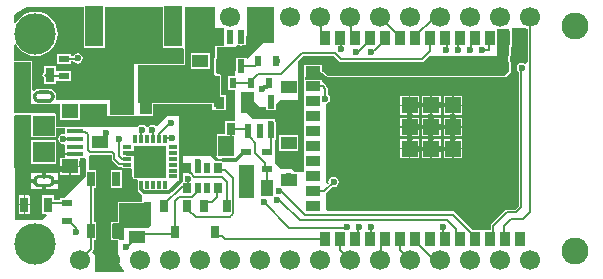
<source format=gtl>
G04*
G04 #@! TF.GenerationSoftware,Altium Limited,Altium Designer,20.2.6 (244)*
G04*
G04 Layer_Physical_Order=1*
G04 Layer_Color=255*
%FSLAX25Y25*%
%MOIN*%
G70*
G04*
G04 #@! TF.SameCoordinates,35E5D78F-83E5-4AAB-BCDB-BF6E4E5D2065*
G04*
G04*
G04 #@! TF.FilePolarity,Positive*
G04*
G01*
G75*
%ADD14C,0.00787*%
%ADD21R,0.02323X0.04764*%
G04:AMPARAMS|DCode=23|XSize=27.56mil|YSize=11.02mil|CornerRadius=0.55mil|HoleSize=0mil|Usage=FLASHONLY|Rotation=0.000|XOffset=0mil|YOffset=0mil|HoleType=Round|Shape=RoundedRectangle|*
%AMROUNDEDRECTD23*
21,1,0.02756,0.00992,0,0,0.0*
21,1,0.02646,0.01102,0,0,0.0*
1,1,0.00110,0.01323,-0.00496*
1,1,0.00110,-0.01323,-0.00496*
1,1,0.00110,-0.01323,0.00496*
1,1,0.00110,0.01323,0.00496*
%
%ADD23ROUNDEDRECTD23*%
G04:AMPARAMS|DCode=24|XSize=27.56mil|YSize=11.02mil|CornerRadius=0.55mil|HoleSize=0mil|Usage=FLASHONLY|Rotation=90.000|XOffset=0mil|YOffset=0mil|HoleType=Round|Shape=RoundedRectangle|*
%AMROUNDEDRECTD24*
21,1,0.02756,0.00992,0,0,90.0*
21,1,0.02646,0.01102,0,0,90.0*
1,1,0.00110,0.00496,0.01323*
1,1,0.00110,0.00496,-0.01323*
1,1,0.00110,-0.00496,-0.01323*
1,1,0.00110,-0.00496,0.01323*
%
%ADD24ROUNDEDRECTD24*%
%ADD25R,0.03543X0.02362*%
%ADD26R,0.02362X0.03543*%
%ADD27R,0.02953X0.05118*%
%ADD28R,0.05276X0.07087*%
%ADD29R,0.05512X0.01575*%
%ADD30R,0.05709X0.04528*%
%ADD31R,0.07480X0.06890*%
%ADD32R,0.02559X0.05118*%
%ADD33R,0.05433X0.04331*%
%ADD34R,0.04331X0.05433*%
%ADD35R,0.05906X0.13386*%
%ADD36R,0.03937X0.13780*%
%ADD37R,0.03543X0.04724*%
%ADD38R,0.04724X0.03543*%
%ADD39R,0.05236X0.05236*%
G04:AMPARAMS|DCode=40|XSize=36.61mil|YSize=23.62mil|CornerRadius=2.36mil|HoleSize=0mil|Usage=FLASHONLY|Rotation=270.000|XOffset=0mil|YOffset=0mil|HoleType=Round|Shape=RoundedRectangle|*
%AMROUNDEDRECTD40*
21,1,0.03661,0.01890,0,0,270.0*
21,1,0.03189,0.02362,0,0,270.0*
1,1,0.00472,-0.00945,-0.01595*
1,1,0.00472,-0.00945,0.01595*
1,1,0.00472,0.00945,0.01595*
1,1,0.00472,0.00945,-0.01595*
%
%ADD40ROUNDEDRECTD40*%
G04:AMPARAMS|DCode=41|XSize=36.61mil|YSize=18.9mil|CornerRadius=1.89mil|HoleSize=0mil|Usage=FLASHONLY|Rotation=270.000|XOffset=0mil|YOffset=0mil|HoleType=Round|Shape=RoundedRectangle|*
%AMROUNDEDRECTD41*
21,1,0.03661,0.01512,0,0,270.0*
21,1,0.03284,0.01890,0,0,270.0*
1,1,0.00378,-0.00756,-0.01642*
1,1,0.00378,-0.00756,0.01642*
1,1,0.00378,0.00756,0.01642*
1,1,0.00378,0.00756,-0.01642*
%
%ADD41ROUNDEDRECTD41*%
%ADD65C,0.09000*%
%ADD66C,0.13800*%
%ADD67R,0.02756X0.03937*%
G04:AMPARAMS|DCode=68|XSize=106.3mil|YSize=106.3mil|CornerRadius=1.06mil|HoleSize=0mil|Usage=FLASHONLY|Rotation=0.000|XOffset=0mil|YOffset=0mil|HoleType=Round|Shape=RoundedRectangle|*
%AMROUNDEDRECTD68*
21,1,0.10630,0.10417,0,0,0.0*
21,1,0.10417,0.10630,0,0,0.0*
1,1,0.00213,0.05209,-0.05209*
1,1,0.00213,-0.05209,-0.05209*
1,1,0.00213,-0.05209,0.05209*
1,1,0.00213,0.05209,0.05209*
%
%ADD68ROUNDEDRECTD68*%
%ADD69R,0.00394X0.00394*%
%ADD70C,0.01181*%
%ADD71C,0.01200*%
%ADD72C,0.01500*%
%ADD73C,0.00800*%
%ADD74C,0.06693*%
%ADD75C,0.02362*%
G36*
X173996Y81753D02*
X174089Y81740D01*
Y70689D01*
X173312Y69912D01*
X172756Y70284D01*
X172100Y70414D01*
X171444Y70284D01*
X170888Y69912D01*
X170516Y69356D01*
X170386Y68700D01*
X170516Y68044D01*
X170888Y67488D01*
X171089Y67354D01*
Y22777D01*
X169723Y21411D01*
X167300D01*
X166951Y21342D01*
X166656Y21144D01*
X162005Y16494D01*
X161808Y16198D01*
X161738Y15850D01*
Y14500D01*
X156000D01*
X149100Y21000D01*
X107153D01*
X106962Y21462D01*
X107000Y21500D01*
Y26911D01*
X109045Y28956D01*
X109400Y28886D01*
X110056Y29016D01*
X110612Y29388D01*
X110984Y29944D01*
X111114Y30600D01*
X110984Y31256D01*
X110612Y31812D01*
X110056Y32184D01*
X109400Y32314D01*
X108744Y32184D01*
X108188Y31812D01*
X107816Y31256D01*
X107686Y30600D01*
X107741Y30325D01*
X107475Y30080D01*
X107000Y30280D01*
Y56774D01*
X107256Y56825D01*
X107812Y57196D01*
X108184Y57752D01*
X108314Y58408D01*
X108184Y59064D01*
X107812Y59620D01*
X107511Y59821D01*
Y61708D01*
X107442Y62057D01*
X107244Y62352D01*
X107000Y62597D01*
Y62881D01*
X105881Y64000D01*
X105394D01*
Y64772D01*
X100041D01*
Y65613D01*
X100052Y65617D01*
X100210Y66000D01*
Y69230D01*
X104852D01*
Y67794D01*
X104921Y67630D01*
X104969Y67459D01*
X105257Y67095D01*
X105420Y67004D01*
X105576Y66900D01*
X105895Y66836D01*
X106122Y66685D01*
X107190Y65617D01*
X107572Y65459D01*
X107572Y65459D01*
X130714D01*
D01*
X154485Y65459D01*
D01*
X166500D01*
X166500Y65459D01*
X166883Y65617D01*
X168383Y67117D01*
X168541Y67500D01*
X168541Y67500D01*
Y70376D01*
X168481Y70522D01*
X168450Y70677D01*
X168139Y71142D01*
X168051Y71587D01*
X168139Y72032D01*
X168450Y72497D01*
X168481Y72652D01*
X168541Y72798D01*
Y75602D01*
X168740D01*
Y81327D01*
X168740D01*
X168755Y81820D01*
X168875Y82000D01*
X173398D01*
X173996Y81753D01*
D02*
G37*
G36*
X89500Y77000D02*
X86000Y77000D01*
X80764Y71763D01*
X80302Y71955D01*
Y72041D01*
X76979D01*
Y67979D01*
X76500Y67500D01*
Y65872D01*
X74272D01*
Y61328D01*
X76500D01*
X76500Y50879D01*
X73322D01*
Y46643D01*
X70492D01*
Y39760D01*
X70139Y39406D01*
X58000Y39408D01*
X58000Y52500D01*
X54000Y52500D01*
X50771Y49271D01*
X50212Y49212D01*
X49656Y49584D01*
X49000Y49714D01*
X48344Y49584D01*
X47788Y49212D01*
X47646Y49000D01*
X46854D01*
X46712Y49212D01*
X46156Y49584D01*
X45500Y49714D01*
X44844Y49584D01*
X44288Y49212D01*
X44146Y49000D01*
X17040Y49000D01*
Y53374D01*
X16511D01*
Y53500D01*
X3000Y53500D01*
X3000Y70500D01*
X8500D01*
Y56459D01*
X18225D01*
Y51370D01*
X24934D01*
Y56459D01*
X34000D01*
Y52500D01*
X36406D01*
Y52472D01*
X41342D01*
Y52500D01*
X44280D01*
Y52472D01*
X49216D01*
Y56459D01*
X68959Y56459D01*
Y55500D01*
X69000Y55401D01*
Y54500D01*
X73500Y54500D01*
Y59500D01*
X73338D01*
Y59540D01*
X72041D01*
Y66000D01*
X71883Y66383D01*
X71500Y66541D01*
X70556D01*
Y75459D01*
X73000D01*
X73099Y75500D01*
X76500D01*
X77159Y76159D01*
X78135D01*
X78500Y76086D01*
X78865Y76159D01*
X80302D01*
Y79302D01*
X80500Y79500D01*
X80500Y89000D01*
X89500D01*
X89500Y77000D01*
D02*
G37*
G36*
X52547Y75307D02*
X58959D01*
X59459Y74810D01*
Y70041D01*
X44280D01*
X44180Y70000D01*
X43000D01*
Y53041D01*
X41342D01*
X41276Y53014D01*
X36472D01*
X36406Y53041D01*
X35000D01*
Y58000D01*
X17262D01*
X17213Y58020D01*
X17097Y58116D01*
X16909Y58425D01*
X16896Y58486D01*
X16900Y58500D01*
X16923Y58596D01*
X16920Y58611D01*
X16929Y58624D01*
X16949Y58736D01*
X16946Y58750D01*
X16954Y58763D01*
X16969Y58876D01*
X16964Y58892D01*
X16972Y58906D01*
X16981Y59034D01*
X16972Y59062D01*
X16983Y59089D01*
X16980Y59197D01*
X16974Y59211D01*
X16978Y59225D01*
X16970Y59333D01*
X16963Y59347D01*
X16967Y59361D01*
X16953Y59469D01*
X16945Y59482D01*
X16948Y59497D01*
X16929Y59603D01*
X16920Y59616D01*
X16923Y59631D01*
X16898Y59736D01*
X16889Y59748D01*
X16890Y59763D01*
X16860Y59867D01*
X16850Y59879D01*
X16851Y59894D01*
X16815Y59996D01*
X16804Y60007D01*
Y60023D01*
X16763Y60123D01*
X16752Y60133D01*
X16751Y60149D01*
X16705Y60246D01*
X16694Y60256D01*
X16692Y60271D01*
X16641Y60366D01*
X16629Y60376D01*
X16626Y60391D01*
X16570Y60483D01*
X16557Y60492D01*
X16554Y60507D01*
X16493Y60596D01*
X16480Y60605D01*
X16476Y60619D01*
X16410Y60705D01*
X16397Y60713D01*
X16393Y60727D01*
X16322Y60809D01*
X16309Y60816D01*
X16303Y60830D01*
X16229Y60909D01*
X16215Y60915D01*
X16209Y60929D01*
X16130Y61003D01*
X16116Y61009D01*
X16109Y61022D01*
X16027Y61093D01*
X16013Y61097D01*
X16005Y61111D01*
X15919Y61176D01*
X15904Y61180D01*
X15896Y61193D01*
X15807Y61254D01*
X15792Y61257D01*
X15783Y61270D01*
X15691Y61326D01*
X15676Y61329D01*
X15666Y61340D01*
X15571Y61392D01*
X15556Y61394D01*
X15546Y61405D01*
X15449Y61452D01*
X15433Y61452D01*
X15423Y61463D01*
X15323Y61505D01*
X15307D01*
X15296Y61515D01*
X15194Y61551D01*
X15179Y61550D01*
X15167Y61559D01*
X15064Y61590D01*
X15048Y61589D01*
X15036Y61598D01*
X14931Y61623D01*
X14916Y61620D01*
X14903Y61629D01*
X14797Y61648D01*
X14782Y61645D01*
X14769Y61653D01*
X14661Y61667D01*
X14647Y61663D01*
X14633Y61670D01*
X14525Y61678D01*
X14511Y61674D01*
X14497Y61680D01*
X14389Y61683D01*
X14382Y61680D01*
X14375Y61683D01*
X11428D01*
X11336Y61685D01*
X11323Y61680D01*
X11310Y61685D01*
X11196Y61682D01*
X11182Y61676D01*
X11168Y61681D01*
X11055Y61672D01*
X11041Y61665D01*
X11026Y61669D01*
X10914Y61654D01*
X10901Y61646D01*
X10886Y61649D01*
X10774Y61629D01*
X10762Y61620D01*
X10747Y61623D01*
X10636Y61596D01*
X10624Y61587D01*
X10609Y61589D01*
X10500Y61557D01*
X10488Y61547D01*
X10473Y61548D01*
X10366Y61510D01*
X10355Y61500D01*
X10340D01*
X10235Y61457D01*
X10224Y61446D01*
X10209Y61445D01*
X10107Y61396D01*
X10096Y61385D01*
X10081Y61383D01*
X9982Y61329D01*
X9972Y61317D01*
X9957Y61315D01*
X9860Y61256D01*
X9851Y61243D01*
X9837Y61240D01*
X9743Y61176D01*
X9735Y61163D01*
X9720Y61159D01*
X9630Y61090D01*
X9623Y61077D01*
X9608Y61072D01*
X9541Y61015D01*
X9383Y61034D01*
X9115Y61156D01*
X9041Y61228D01*
Y70500D01*
X8883Y70883D01*
X8500Y71041D01*
X3000D01*
X3000Y71041D01*
Y76337D01*
X3500Y76463D01*
X3817Y75869D01*
X4742Y74742D01*
X5869Y73817D01*
X7154Y73130D01*
X8549Y72707D01*
X10000Y72564D01*
X11451Y72707D01*
X12846Y73130D01*
X14131Y73817D01*
X15258Y74742D01*
X16183Y75869D01*
X16870Y77154D01*
X17293Y78549D01*
X17436Y80000D01*
X17293Y81451D01*
X16870Y82846D01*
X16183Y84131D01*
X15258Y85258D01*
X14131Y86183D01*
X12846Y86870D01*
X11451Y87293D01*
X10000Y87436D01*
X8549Y87293D01*
X7154Y86870D01*
X5869Y86183D01*
X4742Y85258D01*
X3817Y84131D01*
X3500Y83537D01*
X3000Y83663D01*
Y86168D01*
X4312Y87411D01*
X5915Y88436D01*
X7330Y89000D01*
X26169D01*
Y75307D01*
X33075D01*
Y89000D01*
X52547D01*
Y75307D01*
D02*
G37*
G36*
X168000Y72798D02*
X167629Y72243D01*
X167499Y71587D01*
X167629Y70931D01*
X168000Y70376D01*
Y67500D01*
X166500Y66000D01*
X107572Y66000D01*
X106467Y67105D01*
X106107Y67346D01*
X105681Y67431D01*
X105394Y67794D01*
Y69772D01*
X99669D01*
Y66000D01*
X99500D01*
Y34000D01*
X97616D01*
Y34068D01*
X96432D01*
X95500Y35000D01*
X92000D01*
X90000Y37000D01*
X90000Y44618D01*
X90161D01*
Y49736D01*
X90193Y49895D01*
X90214Y50000D01*
X90161Y50382D01*
X90110Y50523D01*
X90084Y50656D01*
X90035Y50728D01*
X90000Y50825D01*
Y51500D01*
X89281D01*
X89156Y51584D01*
X88500Y51714D01*
X87844Y51584D01*
X87719Y51500D01*
X82500D01*
X80500Y53500D01*
X78500D01*
Y60500D01*
X83000D01*
Y57500D01*
X85000Y55500D01*
X86839D01*
Y54500D01*
X90161D01*
Y56661D01*
X91500Y58000D01*
X97500D01*
Y59732D01*
X97616D01*
Y65063D01*
X97500D01*
Y70889D01*
X99181Y72570D01*
X106930D01*
X107000Y72500D01*
X109699D01*
X111215Y70984D01*
X111510Y70786D01*
X111859Y70717D01*
X138924D01*
X139273Y70786D01*
X139568Y70984D01*
X141084Y72500D01*
X164000D01*
Y81500D01*
X168000D01*
Y72798D01*
D02*
G37*
G36*
X11422Y61142D02*
X14375D01*
X14483Y61139D01*
X14591Y61130D01*
X14698Y61116D01*
X14805Y61097D01*
X14910Y61071D01*
X15013Y61041D01*
X15115Y61004D01*
X15215Y60963D01*
X15313Y60916D01*
X15408Y60865D01*
X15500Y60808D01*
X15590Y60747D01*
X15676Y60681D01*
X15758Y60611D01*
X15836Y60536D01*
X15911Y60458D01*
X15981Y60376D01*
X16047Y60290D01*
X16108Y60201D01*
X16165Y60108D01*
X16217Y60013D01*
X16263Y59916D01*
X16304Y59816D01*
X16341Y59714D01*
X16371Y59610D01*
X16397Y59504D01*
X16416Y59398D01*
X16430Y59291D01*
X16439Y59183D01*
X16442Y59075D01*
X16432Y58947D01*
X16417Y58834D01*
X16397Y58723D01*
X16370Y58612D01*
X16338Y58503D01*
X16300Y58396D01*
X16257Y58292D01*
X16208Y58189D01*
X16154Y58089D01*
X16094Y57993D01*
X16030Y57899D01*
X15961Y57809D01*
X15887Y57723D01*
X15809Y57640D01*
X15727Y57562D01*
X15641Y57489D01*
X15551Y57420D01*
X15457Y57355D01*
X15360Y57296D01*
X15260Y57242D01*
X15158Y57193D01*
X15053Y57150D01*
X14946Y57112D01*
X14837Y57079D01*
X14727Y57053D01*
X14615Y57032D01*
X14503Y57017D01*
X14390Y57009D01*
X14276Y57006D01*
X14178Y57008D01*
X11225D01*
X11117Y57011D01*
X11009Y57019D01*
X10902Y57033D01*
X10796Y57053D01*
X10690Y57078D01*
X10587Y57109D01*
X10485Y57145D01*
X10385Y57187D01*
X10287Y57233D01*
X10192Y57285D01*
X10099Y57341D01*
X10010Y57403D01*
X9924Y57468D01*
X9842Y57539D01*
X9764Y57613D01*
X9689Y57692D01*
X9619Y57774D01*
X9553Y57860D01*
X9492Y57949D01*
X9435Y58041D01*
X9384Y58136D01*
X9337Y58234D01*
X9296Y58334D01*
X9259Y58436D01*
X9229Y58540D01*
X9203Y58645D01*
X9184Y58751D01*
X9170Y58859D01*
X9161Y58967D01*
X9158Y59075D01*
X9168Y59203D01*
X9183Y59316D01*
X9203Y59427D01*
X9230Y59537D01*
X9262Y59646D01*
X9300Y59753D01*
X9343Y59858D01*
X9392Y59960D01*
X9446Y60060D01*
X9506Y60157D01*
X9570Y60251D01*
X9639Y60340D01*
X9713Y60427D01*
X9791Y60509D01*
X9873Y60587D01*
X9960Y60661D01*
X10050Y60730D01*
X10143Y60794D01*
X10240Y60854D01*
X10340Y60908D01*
X10442Y60957D01*
X10547Y61000D01*
X10654Y61038D01*
X10763Y61070D01*
X10873Y61097D01*
X10984Y61117D01*
X11097Y61132D01*
X11210Y61141D01*
X11324Y61144D01*
X11422Y61142D01*
D02*
G37*
G36*
X70000Y89000D02*
Y82000D01*
X73000D01*
Y76000D01*
X70000D01*
Y72041D01*
X69498D01*
Y66277D01*
X70000D01*
Y66000D01*
X71500D01*
Y55500D01*
X69500D01*
Y57000D01*
X44280Y57000D01*
X44280Y69500D01*
X60000D01*
X60000Y89000D01*
X70000Y89000D01*
D02*
G37*
G36*
X8560Y52959D02*
Y45484D01*
X17040D01*
Y48459D01*
X19977D01*
Y47089D01*
X19477Y46679D01*
X19300Y46714D01*
X18644Y46584D01*
X18088Y46212D01*
X17716Y45656D01*
X17586Y45000D01*
X17716Y44344D01*
X18088Y43788D01*
X18644Y43416D01*
X19300Y43286D01*
X19477Y43321D01*
X19977Y42911D01*
Y40132D01*
X23233D01*
Y39632D01*
X19977D01*
Y38630D01*
X18225D01*
Y36116D01*
X21579D01*
X24934D01*
Y38594D01*
X26489D01*
X26807Y38226D01*
Y34659D01*
X26720D01*
Y32513D01*
X19441Y25234D01*
X18328D01*
Y24464D01*
X16213D01*
Y26159D01*
X12261D01*
Y20041D01*
X13595D01*
X13786Y19579D01*
X12207Y18000D01*
X3107D01*
X3003Y52605D01*
X3356Y52959D01*
X8560D01*
D02*
G37*
G36*
X82900Y25200D02*
X77800D01*
Y36400D01*
X82900D01*
Y25200D01*
D02*
G37*
G36*
X48600Y16400D02*
X47400Y15200D01*
X39700D01*
Y11500D01*
X39418Y11218D01*
X38041D01*
X37883Y11601D01*
X37500Y11759D01*
X35726D01*
Y16795D01*
X37498D01*
X37499Y16796D01*
X37500Y16795D01*
X37550Y16816D01*
X37604Y16805D01*
X37604Y16805D01*
X37606Y16806D01*
X37737Y16894D01*
X37883Y16954D01*
X37904Y17006D01*
X37940Y17030D01*
X37950Y17037D01*
X37981Y17191D01*
X38041Y17337D01*
Y23459D01*
X45600D01*
X45983Y23617D01*
X46058Y23800D01*
X48600D01*
Y16400D01*
D02*
G37*
G36*
X35442Y39496D02*
Y38131D01*
X35512Y37782D01*
X35709Y37487D01*
X37385Y35811D01*
X37681Y35613D01*
X38030Y35544D01*
X38735D01*
X38756Y35495D01*
X39180Y35319D01*
X41826D01*
X41835Y35323D01*
X42335Y34988D01*
Y32191D01*
X42527Y31727D01*
X42991Y31535D01*
X43820D01*
X44154Y31035D01*
X44150Y31026D01*
Y29779D01*
X44135Y29703D01*
X44150Y29628D01*
Y28380D01*
X44175Y28321D01*
Y28193D01*
X44175Y28193D01*
X44259Y27768D01*
X44500Y27407D01*
X45459Y26448D01*
X45459Y26448D01*
X45600Y26354D01*
Y24000D01*
X37500D01*
Y17337D01*
X37498Y17336D01*
X35185D01*
Y11218D01*
X37500D01*
Y4000D01*
X39678Y951D01*
X39449Y506D01*
X30000D01*
Y6000D01*
X28775Y7225D01*
X29144Y7594D01*
X29342Y7889D01*
X29411Y8238D01*
Y11218D01*
X30279D01*
Y17336D01*
X29411D01*
Y28541D01*
X30279D01*
Y34659D01*
X27746D01*
Y39409D01*
X28092Y39693D01*
X35245D01*
X35442Y39496D01*
D02*
G37*
%LPC*%
G36*
X152284Y59280D02*
X149415D01*
Y56411D01*
X152284D01*
Y59280D01*
D02*
G37*
G36*
X145059D02*
X142191D01*
Y56411D01*
X145059D01*
Y59280D01*
D02*
G37*
G36*
X137835D02*
X134967D01*
Y56411D01*
X137835D01*
Y59280D01*
D02*
G37*
G36*
X148915D02*
X146047D01*
Y56411D01*
X148915D01*
Y59280D01*
D02*
G37*
G36*
X141691D02*
X138823D01*
Y56411D01*
X141691D01*
Y59280D01*
D02*
G37*
G36*
X134467D02*
X131598D01*
Y56411D01*
X134467D01*
Y59280D01*
D02*
G37*
G36*
X152284Y55911D02*
X149415D01*
Y53043D01*
X152284D01*
Y55911D01*
D02*
G37*
G36*
X148915D02*
X146047D01*
Y53043D01*
X148915D01*
Y55911D01*
D02*
G37*
G36*
X145059D02*
X142191D01*
Y53043D01*
X145059D01*
Y55911D01*
D02*
G37*
G36*
X141691D02*
X138823D01*
Y53043D01*
X141691D01*
Y55911D01*
D02*
G37*
G36*
X137835D02*
X134967D01*
Y53043D01*
X137835D01*
Y55911D01*
D02*
G37*
G36*
X134467D02*
X131598D01*
Y53043D01*
X134467D01*
Y55911D01*
D02*
G37*
G36*
X152284Y52055D02*
X149415D01*
Y49187D01*
X152284D01*
Y52055D01*
D02*
G37*
G36*
X145059D02*
X142191D01*
Y49187D01*
X145059D01*
Y52055D01*
D02*
G37*
G36*
X137835D02*
X134967D01*
Y49187D01*
X137835D01*
Y52055D01*
D02*
G37*
G36*
X148915D02*
X146047D01*
Y49187D01*
X148915D01*
Y52055D01*
D02*
G37*
G36*
X141691D02*
X138823D01*
Y49187D01*
X141691D01*
Y52055D01*
D02*
G37*
G36*
X134467D02*
X131598D01*
Y49187D01*
X134467D01*
Y52055D01*
D02*
G37*
G36*
X152284Y48687D02*
X149415D01*
Y45819D01*
X152284D01*
Y48687D01*
D02*
G37*
G36*
X148915D02*
X146047D01*
Y45819D01*
X148915D01*
Y48687D01*
D02*
G37*
G36*
X145059D02*
X142191D01*
Y45819D01*
X145059D01*
Y48687D01*
D02*
G37*
G36*
X141691D02*
X138823D01*
Y45819D01*
X141691D01*
Y48687D01*
D02*
G37*
G36*
X137835D02*
X134967D01*
Y45819D01*
X137835D01*
Y48687D01*
D02*
G37*
G36*
X134467D02*
X131598D01*
Y45819D01*
X134467D01*
Y48687D01*
D02*
G37*
G36*
X152284Y44831D02*
X149415D01*
Y41963D01*
X152284D01*
Y44831D01*
D02*
G37*
G36*
X145059D02*
X142191D01*
Y41963D01*
X145059D01*
Y44831D01*
D02*
G37*
G36*
X137835D02*
X134967D01*
Y41963D01*
X137835D01*
Y44831D01*
D02*
G37*
G36*
X148915D02*
X146047D01*
Y41963D01*
X148915D01*
Y44831D01*
D02*
G37*
G36*
X141691D02*
X138823D01*
Y41963D01*
X141691D01*
Y44831D01*
D02*
G37*
G36*
X134467D02*
X131598D01*
Y41963D01*
X134467D01*
Y44831D01*
D02*
G37*
G36*
X152284Y41463D02*
X149415D01*
Y38594D01*
X152284D01*
Y41463D01*
D02*
G37*
G36*
X148915D02*
X146047D01*
Y38594D01*
X148915D01*
Y41463D01*
D02*
G37*
G36*
X145059D02*
X142191D01*
Y38594D01*
X145059D01*
Y41463D01*
D02*
G37*
G36*
X141691D02*
X138823D01*
Y38594D01*
X141691D01*
Y41463D01*
D02*
G37*
G36*
X137835D02*
X134967D01*
Y38594D01*
X137835D01*
Y41463D01*
D02*
G37*
G36*
X134467D02*
X131598D01*
Y38594D01*
X134467D01*
Y41463D01*
D02*
G37*
G36*
X24100Y73514D02*
X23444Y73384D01*
X22888Y73012D01*
X22671Y72688D01*
X21872D01*
Y73434D01*
X17328D01*
Y70072D01*
X21872D01*
Y70865D01*
X22703D01*
X22888Y70588D01*
X23444Y70216D01*
X24100Y70086D01*
X24756Y70216D01*
X25312Y70588D01*
X25684Y71144D01*
X25814Y71800D01*
X25684Y72456D01*
X25312Y73012D01*
X24756Y73384D01*
X24100Y73514D01*
D02*
G37*
G36*
X16713Y69359D02*
X12761D01*
Y67057D01*
X12593Y66944D01*
X12395Y66649D01*
X12326Y66300D01*
X12395Y65951D01*
X12593Y65656D01*
X12761Y65488D01*
Y63241D01*
X16713D01*
Y64936D01*
X17328D01*
Y64166D01*
X21872D01*
Y67528D01*
X17328D01*
Y66759D01*
X16713D01*
Y69359D01*
D02*
G37*
G36*
X97616Y46168D02*
X91184D01*
Y40837D01*
X97616D01*
Y46168D01*
D02*
G37*
G36*
X14375Y59961D02*
X11225D01*
X11179Y59959D01*
X11133Y59956D01*
X11087Y59950D01*
X11041Y59941D01*
X10996Y59930D01*
X10951Y59917D01*
X10908Y59902D01*
X10865Y59884D01*
X10823Y59864D01*
X10782Y59842D01*
X10743Y59818D01*
X10705Y59791D01*
X10668Y59763D01*
X10633Y59733D01*
X10599Y59701D01*
X10567Y59667D01*
X10537Y59632D01*
X10509Y59596D01*
X10482Y59557D01*
X10458Y59518D01*
X10436Y59477D01*
X10416Y59435D01*
X10398Y59392D01*
X10383Y59348D01*
X10369Y59304D01*
X10359Y59259D01*
X10350Y59213D01*
X10344Y59167D01*
X10341Y59121D01*
X10339Y59075D01*
X10341Y59028D01*
X10344Y58982D01*
X10350Y58936D01*
X10359Y58891D01*
X10369Y58846D01*
X10383Y58801D01*
X10398Y58757D01*
X10416Y58714D01*
X10436Y58673D01*
X10458Y58632D01*
X10482Y58592D01*
X10509Y58554D01*
X10537Y58517D01*
X10567Y58482D01*
X10599Y58448D01*
X10633Y58416D01*
X10668Y58386D01*
X10705Y58358D01*
X10743Y58332D01*
X10782Y58308D01*
X10823Y58285D01*
X10865Y58266D01*
X10908Y58248D01*
X10951Y58232D01*
X10996Y58219D01*
X11041Y58208D01*
X11087Y58200D01*
X11133Y58194D01*
X11179Y58190D01*
X11225Y58189D01*
X14375D01*
X14421Y58190D01*
X14467Y58194D01*
X14513Y58200D01*
X14559Y58208D01*
X14604Y58219D01*
X14649Y58232D01*
X14692Y58248D01*
X14735Y58266D01*
X14777Y58285D01*
X14818Y58308D01*
X14857Y58332D01*
X14896Y58358D01*
X14932Y58386D01*
X14967Y58416D01*
X15001Y58448D01*
X15033Y58482D01*
X15063Y58517D01*
X15091Y58554D01*
X15118Y58592D01*
X15142Y58632D01*
X15164Y58673D01*
X15184Y58714D01*
X15202Y58757D01*
X15217Y58801D01*
X15230Y58846D01*
X15241Y58891D01*
X15250Y58936D01*
X15256Y58982D01*
X15259Y59028D01*
X15261Y59075D01*
X15259Y59121D01*
X15256Y59167D01*
X15250Y59213D01*
X15241Y59259D01*
X15230Y59304D01*
X15217Y59348D01*
X15202Y59392D01*
X15184Y59435D01*
X15164Y59477D01*
X15142Y59518D01*
X15118Y59557D01*
X15091Y59596D01*
X15063Y59632D01*
X15033Y59667D01*
X15001Y59701D01*
X14967Y59733D01*
X14932Y59763D01*
X14896Y59791D01*
X14857Y59818D01*
X14818Y59842D01*
X14777Y59864D01*
X14735Y59884D01*
X14692Y59902D01*
X14649Y59917D01*
X14604Y59930D01*
X14559Y59941D01*
X14513Y59950D01*
X14467Y59956D01*
X14421Y59959D01*
X14375Y59961D01*
D02*
G37*
G36*
X68217Y73468D02*
X61783D01*
Y68137D01*
X68217D01*
Y73468D01*
D02*
G37*
G36*
X17040Y44516D02*
X8560D01*
Y36626D01*
X17040D01*
Y44516D01*
D02*
G37*
G36*
X24934Y35616D02*
X21829D01*
Y33102D01*
X24934D01*
Y35616D01*
D02*
G37*
G36*
X21329D02*
X18225D01*
Y33102D01*
X21329D01*
Y35616D01*
D02*
G37*
G36*
X8700Y33509D02*
X8700Y28600D01*
X9000Y28300D01*
X17500D01*
X17500Y33509D01*
X8700Y33509D01*
D02*
G37*
G36*
X8339Y26159D02*
X6613D01*
Y23350D01*
X8339D01*
Y26159D01*
D02*
G37*
G36*
X6113D02*
X4387D01*
Y23350D01*
X6113D01*
Y26159D01*
D02*
G37*
G36*
X8339Y22850D02*
X6613D01*
Y20041D01*
X8339D01*
Y22850D01*
D02*
G37*
G36*
X6113D02*
X4387D01*
Y20041D01*
X6113D01*
Y22850D01*
D02*
G37*
%LPD*%
G36*
X11422Y32992D02*
X14375D01*
X14483Y32989D01*
X14591Y32981D01*
X14698Y32967D01*
X14805Y32947D01*
X14910Y32922D01*
X15013Y32891D01*
X15115Y32855D01*
X15215Y32813D01*
X15313Y32767D01*
X15408Y32715D01*
X15500Y32659D01*
X15590Y32597D01*
X15676Y32531D01*
X15758Y32461D01*
X15836Y32387D01*
X15911Y32308D01*
X15981Y32226D01*
X16047Y32140D01*
X16108Y32051D01*
X16165Y31959D01*
X16217Y31864D01*
X16263Y31766D01*
X16304Y31666D01*
X16341Y31564D01*
X16371Y31460D01*
X16397Y31355D01*
X16416Y31249D01*
X16430Y31141D01*
X16439Y31033D01*
X16442Y30925D01*
X16432Y30797D01*
X16417Y30685D01*
X16397Y30573D01*
X16370Y30463D01*
X16338Y30354D01*
X16300Y30247D01*
X16257Y30142D01*
X16208Y30040D01*
X16154Y29940D01*
X16094Y29843D01*
X16030Y29750D01*
X15961Y29660D01*
X15887Y29573D01*
X15809Y29491D01*
X15727Y29413D01*
X15641Y29339D01*
X15551Y29270D01*
X15457Y29206D01*
X15360Y29146D01*
X15260Y29092D01*
X15158Y29043D01*
X15053Y29000D01*
X14946Y28962D01*
X14837Y28930D01*
X14727Y28903D01*
X14615Y28883D01*
X14503Y28868D01*
X14390Y28859D01*
X14276Y28856D01*
X14178Y28858D01*
X11225D01*
X11117Y28861D01*
X11009Y28870D01*
X10902Y28884D01*
X10796Y28903D01*
X10690Y28929D01*
X10587Y28959D01*
X10485Y28995D01*
X10385Y29037D01*
X10287Y29084D01*
X10192Y29135D01*
X10099Y29192D01*
X10010Y29253D01*
X9924Y29319D01*
X9842Y29389D01*
X9764Y29464D01*
X9689Y29542D01*
X9619Y29624D01*
X9553Y29710D01*
X9492Y29800D01*
X9435Y29892D01*
X9384Y29987D01*
X9337Y30084D01*
X9296Y30185D01*
X9259Y30286D01*
X9229Y30390D01*
X9203Y30496D01*
X9184Y30602D01*
X9170Y30709D01*
X9161Y30817D01*
X9158Y30925D01*
X9168Y31053D01*
X9183Y31166D01*
X9203Y31277D01*
X9230Y31388D01*
X9262Y31497D01*
X9300Y31604D01*
X9343Y31708D01*
X9392Y31811D01*
X9446Y31911D01*
X9506Y32007D01*
X9570Y32101D01*
X9639Y32191D01*
X9713Y32277D01*
X9791Y32359D01*
X9873Y32438D01*
X9960Y32511D01*
X10050Y32580D01*
X10143Y32645D01*
X10240Y32704D01*
X10340Y32758D01*
X10442Y32807D01*
X10547Y32850D01*
X10654Y32888D01*
X10763Y32921D01*
X10873Y32947D01*
X10984Y32968D01*
X11097Y32983D01*
X11210Y32991D01*
X11324Y32994D01*
X11422Y32992D01*
D02*
G37*
%LPC*%
G36*
X14375Y31811D02*
X11225D01*
X11179Y31810D01*
X11133Y31806D01*
X11087Y31800D01*
X11041Y31792D01*
X10996Y31781D01*
X10951Y31768D01*
X10908Y31752D01*
X10865Y31734D01*
X10823Y31714D01*
X10782Y31692D01*
X10743Y31668D01*
X10705Y31642D01*
X10668Y31614D01*
X10633Y31583D01*
X10599Y31552D01*
X10567Y31518D01*
X10537Y31483D01*
X10509Y31446D01*
X10482Y31408D01*
X10458Y31368D01*
X10436Y31327D01*
X10416Y31286D01*
X10398Y31243D01*
X10383Y31199D01*
X10369Y31155D01*
X10359Y31109D01*
X10350Y31064D01*
X10344Y31018D01*
X10341Y30972D01*
X10339Y30925D01*
X10341Y30879D01*
X10344Y30833D01*
X10350Y30787D01*
X10359Y30741D01*
X10369Y30696D01*
X10383Y30652D01*
X10398Y30608D01*
X10416Y30565D01*
X10436Y30523D01*
X10458Y30482D01*
X10482Y30443D01*
X10509Y30404D01*
X10537Y30368D01*
X10567Y30332D01*
X10599Y30299D01*
X10633Y30267D01*
X10668Y30237D01*
X10705Y30209D01*
X10743Y30182D01*
X10782Y30158D01*
X10823Y30136D01*
X10865Y30116D01*
X10908Y30098D01*
X10951Y30083D01*
X10996Y30070D01*
X11041Y30059D01*
X11087Y30050D01*
X11133Y30044D01*
X11179Y30041D01*
X11225Y30039D01*
X14375D01*
X14421Y30041D01*
X14467Y30044D01*
X14513Y30050D01*
X14559Y30059D01*
X14604Y30070D01*
X14649Y30083D01*
X14692Y30098D01*
X14735Y30116D01*
X14777Y30136D01*
X14818Y30158D01*
X14857Y30182D01*
X14896Y30209D01*
X14932Y30237D01*
X14967Y30267D01*
X15001Y30299D01*
X15033Y30332D01*
X15063Y30368D01*
X15091Y30404D01*
X15118Y30443D01*
X15142Y30482D01*
X15164Y30523D01*
X15184Y30565D01*
X15202Y30608D01*
X15217Y30652D01*
X15230Y30696D01*
X15241Y30741D01*
X15250Y30787D01*
X15256Y30833D01*
X15259Y30879D01*
X15261Y30925D01*
X15259Y30972D01*
X15256Y31018D01*
X15250Y31064D01*
X15241Y31109D01*
X15230Y31155D01*
X15217Y31199D01*
X15202Y31243D01*
X15184Y31286D01*
X15164Y31327D01*
X15142Y31368D01*
X15118Y31408D01*
X15091Y31446D01*
X15063Y31483D01*
X15033Y31518D01*
X15001Y31552D01*
X14967Y31583D01*
X14932Y31614D01*
X14896Y31642D01*
X14857Y31668D01*
X14818Y31692D01*
X14777Y31714D01*
X14735Y31734D01*
X14692Y31752D01*
X14649Y31768D01*
X14604Y31781D01*
X14559Y31792D01*
X14513Y31800D01*
X14467Y31806D01*
X14421Y31810D01*
X14375Y31811D01*
D02*
G37*
G36*
X38744Y34659D02*
X35185D01*
Y28541D01*
X38744D01*
Y34659D01*
D02*
G37*
%LPD*%
D14*
X74758Y19000D02*
X75354Y19596D01*
X76012Y20192D02*
Y31988D01*
X73290Y34710D02*
X76012Y31988D01*
X75354Y19596D02*
X75416D01*
X76012Y20192D01*
X28500Y8238D02*
Y14277D01*
X25000Y4500D02*
Y4738D01*
X28500Y14277D02*
Y31600D01*
X25000Y4738D02*
X28500Y8238D01*
X49187Y47013D02*
X49227Y47052D01*
X156468Y11535D02*
Y12126D01*
X154452Y14142D02*
X156468Y12126D01*
X154452Y14142D02*
Y14228D01*
X150287Y12717D02*
Y14913D01*
Y12717D02*
X151469Y11535D01*
X111469Y8032D02*
X115000Y4500D01*
X111469Y8032D02*
Y11535D01*
X125000Y4500D02*
X125287Y4787D01*
Y10354D01*
X126469Y11535D01*
X131468Y8032D02*
X135000Y4500D01*
X131468Y8032D02*
Y11535D01*
X136469D02*
X137847Y10158D01*
X142861Y4500D02*
X145000D01*
X137847Y9514D02*
Y10158D01*
X145900Y12104D02*
Y15600D01*
Y12104D02*
X146468Y11535D01*
X175000Y20600D02*
Y85500D01*
X13690Y65847D02*
X19600D01*
X13237Y66300D02*
X13690Y65847D01*
X14690Y23553D02*
X20600D01*
X14237Y23100D02*
X14690Y23553D01*
X105000Y85500D02*
X105287Y85213D01*
Y79646D02*
Y85213D01*
Y79646D02*
X106468Y78465D01*
X115000Y85500D02*
X115287Y85213D01*
Y79646D02*
Y85213D01*
Y79646D02*
X116469Y78465D01*
X75953Y63600D02*
X81847D01*
X49187Y45100D02*
Y47013D01*
X49184Y45097D02*
X49187Y45100D01*
X78100Y78501D02*
X78640Y79041D01*
X24076Y71776D02*
X24100Y71800D01*
X19624Y71776D02*
X24076D01*
X19600Y71753D02*
X19624Y71776D01*
X75200Y43670D02*
Y48410D01*
X73630Y42100D02*
X75200Y43670D01*
X80449Y48410D02*
X81020Y47839D01*
X75200Y48410D02*
X80449D01*
X87098Y28700D02*
X87300Y28902D01*
Y34847D01*
X52960Y22531D02*
Y23121D01*
X23500Y13800D02*
Y15338D01*
X21191Y17647D02*
X23500Y15338D01*
X20600Y17647D02*
X21191D01*
X87809Y40753D02*
X88400Y41343D01*
X87300Y40753D02*
X87809D01*
X88400Y47400D02*
X88500Y47500D01*
X88400Y41343D02*
Y47400D01*
X84247Y70209D02*
Y70800D01*
X83197Y69159D02*
X84247Y70209D01*
X78640Y69159D02*
X83197D01*
X40464Y36455D02*
X40503Y36416D01*
X38030Y36455D02*
X40464D01*
X23233Y47559D02*
X23430Y47362D01*
X39216Y38384D02*
X40503D01*
X39200Y38400D02*
X39216Y38384D01*
X19300Y45000D02*
X23233D01*
X27400Y41296D02*
X28092Y40604D01*
X26708Y47362D02*
X27400Y46670D01*
X23430Y47362D02*
X26708D01*
X28092Y40604D02*
X35623D01*
X27400Y41296D02*
Y46670D01*
X38993Y38424D02*
X40464D01*
X35623Y40604D02*
X36353Y39873D01*
Y38131D02*
X38030Y36455D01*
X40464Y38424D02*
X40503Y38384D01*
X36353Y38131D02*
Y39873D01*
X38035Y39382D02*
X38993Y38424D01*
X38035Y39382D02*
Y44965D01*
X45208Y45136D02*
X45247Y45097D01*
X45208Y45136D02*
Y47292D01*
X91785Y66462D02*
X98804Y73481D01*
X58813Y28975D02*
X60582D01*
X52960Y23121D02*
X58813Y28975D01*
X60900Y29293D02*
Y31600D01*
X60582Y28975D02*
X60900Y29293D01*
X88500Y47500D02*
Y50000D01*
X40100Y9100D02*
X40326Y9326D01*
X40772D01*
X43349Y11902D01*
X43900D01*
X73243Y11535D02*
X106468D01*
X72287Y12491D02*
X73243Y11535D01*
X70787Y12491D02*
X72287D01*
X70000Y13279D02*
X70787Y12491D01*
X70000Y13279D02*
Y13869D01*
X68909Y23909D02*
X70500Y25500D01*
X66260Y23121D02*
X67047Y23909D01*
X70500Y28057D02*
X70739Y28295D01*
X70918Y28475D01*
X70739Y28295D02*
Y29054D01*
X70500Y27407D02*
X70739Y27646D01*
X70500Y25500D02*
Y27407D01*
Y28057D01*
X67047Y23909D02*
X68909D01*
X66260Y22826D02*
Y23121D01*
X70918Y34676D02*
Y35325D01*
X84119Y66462D02*
X91785D01*
X81847Y64191D02*
X84119Y66462D01*
X81847Y63600D02*
Y64191D01*
X49000Y48000D02*
X49227Y47773D01*
Y47052D02*
Y47773D01*
X83300Y40258D02*
X86457Y37100D01*
Y35438D02*
Y37100D01*
X87048Y34847D02*
X87300D01*
X86457Y35438D02*
X87048Y34847D01*
X81020Y47500D02*
Y47839D01*
X81000Y47480D02*
X81020Y47500D01*
X78100Y78501D02*
X78500Y78101D01*
Y77800D02*
Y78101D01*
X102532Y62500D02*
X105808D01*
X106600Y61708D01*
Y58408D02*
Y61708D01*
X172000Y68700D02*
X172100D01*
X70953Y34710D02*
X73290D01*
X70918Y34676D02*
X70953Y34710D01*
X72145Y32355D02*
X73740Y30760D01*
X63017Y32355D02*
X72145D01*
X73740Y22531D02*
Y30760D01*
X60954Y21426D02*
X63380Y19000D01*
X74758D01*
X141469Y74173D02*
Y78465D01*
X102532Y27500D02*
X106300D01*
X109400Y30600D01*
X125109Y85500D02*
X129331Y81279D01*
X125000Y85500D02*
X125109D01*
X131468Y78465D02*
Y79055D01*
X129331Y81193D02*
Y81279D01*
Y81193D02*
X131468Y79055D01*
X55913Y13402D02*
X56090Y13579D01*
X56700Y13869D02*
Y24200D01*
X58000Y25500D01*
X56090Y13579D02*
Y14480D01*
X41849Y13402D02*
X55913D01*
X98804Y73481D02*
X110006D01*
X138924Y71628D02*
X141469Y74173D01*
X110006Y73481D02*
X111859Y71628D01*
X138924D01*
X86200Y23900D02*
X94687Y15413D01*
X147328Y17872D02*
X150287Y14913D01*
X90500Y24600D02*
X90726Y24374D01*
X91626D01*
X118453Y17872D02*
X147328D01*
X118400Y17819D02*
X118453Y17872D01*
X91626Y24374D02*
X98181Y17819D01*
X149127Y19553D02*
X154452Y14228D01*
X117756Y19553D02*
X149127D01*
X117704Y19500D02*
X117756Y19553D01*
X99855Y19500D02*
X117704D01*
X98181Y17819D02*
X118400D01*
X94687Y15413D02*
X113969D01*
X147114Y74536D02*
Y77819D01*
X146468Y78465D02*
X147114Y77819D01*
X54924Y45200D02*
X55400D01*
X54872Y45148D02*
X54924Y45200D01*
X53161Y45148D02*
X54872D01*
X53121Y45109D02*
X53161Y45148D01*
X53121Y45097D02*
Y45109D01*
X51192Y46607D02*
X54985Y50400D01*
X55100D01*
X51153Y45097D02*
X51192Y45136D01*
Y46607D01*
X172000Y22400D02*
Y68700D01*
X161469Y11535D02*
X162650Y12717D01*
Y15850D01*
X64225Y27589D02*
Y28475D01*
X62136Y25500D02*
X64225Y27589D01*
X58000Y25500D02*
X62136D01*
X83300Y40258D02*
Y43700D01*
X117000Y74000D02*
X117301Y74301D01*
X117896D01*
X121468Y77874D01*
Y78465D01*
X122000Y12185D02*
Y15500D01*
X155287Y75107D02*
Y77284D01*
X155000Y74820D02*
X155287Y75107D01*
X137650Y80322D02*
X141773Y84445D01*
X155000Y74500D02*
Y74820D01*
X155287Y77284D02*
X156468Y78465D01*
X151000Y74500D02*
Y77333D01*
X151794Y78127D01*
X172600Y18200D02*
X175000Y20600D01*
X170100Y20500D02*
X172000Y22400D01*
X167300Y20500D02*
X170100D01*
X122000Y12185D02*
X122059Y12126D01*
X168400Y18200D02*
X172600D01*
X166100Y15900D02*
X168400Y18200D01*
X166100Y11904D02*
Y15900D01*
X160900Y77896D02*
X161469Y78465D01*
X159000Y74500D02*
X159226Y74726D01*
X160900Y77896D02*
X161108Y77688D01*
X159226Y74726D02*
X161108D01*
Y77688D01*
X37900Y45100D02*
X38035Y44965D01*
X166100Y11904D02*
X166469Y11535D01*
X162650Y15850D02*
X167300Y20500D01*
X60682Y34676D02*
Y35325D01*
X61683Y33675D02*
X61759D01*
X63017Y32355D02*
Y32417D01*
X61759Y33675D02*
X63017Y32417D01*
X60682Y34676D02*
X61683Y33675D01*
X112000Y75000D02*
Y77933D01*
X81808Y45192D02*
X83300Y43700D01*
X141773Y84445D02*
X143945D01*
X145000Y85500D01*
X137650Y79646D02*
Y80322D01*
X116469Y11535D02*
X117650Y12717D01*
Y14830D01*
X118000Y15180D02*
Y15500D01*
X117650Y14830D02*
X118000Y15180D01*
X91100Y27500D02*
X91855D01*
X99855Y19500D01*
X111469Y78465D02*
X112000Y77933D01*
X137847Y9514D02*
X142861Y4500D01*
X122426Y74000D02*
X123012Y74586D01*
X126469Y77874D02*
Y78465D01*
X123012Y74586D02*
X123180D01*
X122000Y74000D02*
X122426D01*
X123180Y74586D02*
X126469Y77874D01*
D21*
X81020Y47500D02*
D03*
X84760D02*
D03*
X88500D02*
D03*
Y57382D02*
D03*
X81020D02*
D03*
X78640Y69159D02*
D03*
X71160D02*
D03*
Y79041D02*
D03*
X74900D02*
D03*
X78640D02*
D03*
D23*
X55897Y38384D02*
D03*
Y40353D02*
D03*
Y42321D02*
D03*
Y32479D02*
D03*
Y34447D02*
D03*
Y36416D02*
D03*
X40503Y42321D02*
D03*
Y40353D02*
D03*
Y38384D02*
D03*
Y36416D02*
D03*
Y34447D02*
D03*
Y32479D02*
D03*
D24*
X53121Y45097D02*
D03*
X51153D02*
D03*
X49184D02*
D03*
Y29703D02*
D03*
X51153D02*
D03*
X53121D02*
D03*
X47216Y45097D02*
D03*
X45247D02*
D03*
X43279D02*
D03*
Y29703D02*
D03*
X45247D02*
D03*
X47216D02*
D03*
D25*
X20600Y17647D02*
D03*
Y23553D02*
D03*
X19600Y65847D02*
D03*
Y71753D02*
D03*
X87300Y40753D02*
D03*
Y34847D02*
D03*
X80200Y40653D02*
D03*
Y34747D02*
D03*
D26*
X84247Y70800D02*
D03*
X90153D02*
D03*
X81847Y63600D02*
D03*
X87753D02*
D03*
X70047D02*
D03*
X75953D02*
D03*
D27*
X14237Y23100D02*
D03*
X6363D02*
D03*
X14737Y66300D02*
D03*
X6863D02*
D03*
D28*
X62370Y42600D02*
D03*
X73630D02*
D03*
D29*
X23233Y50118D02*
D03*
Y47559D02*
D03*
Y45000D02*
D03*
Y42402D02*
D03*
Y39882D02*
D03*
D30*
X21579Y54134D02*
D03*
Y35866D02*
D03*
D31*
X12800Y49429D02*
D03*
Y40571D02*
D03*
D32*
X28500Y31600D02*
D03*
Y14277D02*
D03*
X36965D02*
D03*
Y31600D02*
D03*
D33*
X65000Y77598D02*
D03*
Y70802D02*
D03*
X31500Y43998D02*
D03*
Y37202D02*
D03*
X94400Y38198D02*
D03*
Y31402D02*
D03*
Y55602D02*
D03*
Y62398D02*
D03*
Y50298D02*
D03*
Y43502D02*
D03*
X44000Y12302D02*
D03*
Y19098D02*
D03*
D34*
X87098Y28700D02*
D03*
X80302D02*
D03*
D35*
X56000Y82500D02*
D03*
X29622D02*
D03*
D36*
X46748Y59862D02*
D03*
X38874D02*
D03*
D37*
X171468Y78465D02*
D03*
X166469D02*
D03*
X161469D02*
D03*
X156468D02*
D03*
X151469D02*
D03*
X146468D02*
D03*
X141469D02*
D03*
X136469D02*
D03*
X131468D02*
D03*
X126469D02*
D03*
X121468D02*
D03*
X116469D02*
D03*
X111469D02*
D03*
X106468D02*
D03*
Y11535D02*
D03*
X111469D02*
D03*
X116469D02*
D03*
X121468D02*
D03*
X126469D02*
D03*
X131468D02*
D03*
X136469D02*
D03*
X141469D02*
D03*
X146468D02*
D03*
X151469D02*
D03*
X156468D02*
D03*
X161469D02*
D03*
X166469D02*
D03*
X171468D02*
D03*
D38*
X102532Y67500D02*
D03*
Y62500D02*
D03*
Y57500D02*
D03*
Y52500D02*
D03*
Y47500D02*
D03*
Y42500D02*
D03*
Y37500D02*
D03*
Y32500D02*
D03*
Y27500D02*
D03*
Y22500D02*
D03*
D39*
X149165Y56161D02*
D03*
Y48937D02*
D03*
Y41713D02*
D03*
X141941Y56161D02*
D03*
Y48937D02*
D03*
Y41713D02*
D03*
X134716Y56161D02*
D03*
Y48937D02*
D03*
Y41713D02*
D03*
D40*
X70918Y35325D02*
D03*
X60682D02*
D03*
Y28475D02*
D03*
X70918D02*
D03*
D41*
X67375Y35325D02*
D03*
X64225D02*
D03*
Y28475D02*
D03*
X67375D02*
D03*
D65*
X190000Y7500D02*
D03*
Y82500D02*
D03*
D66*
X10000Y10000D02*
D03*
Y80000D02*
D03*
D67*
X67720Y48410D02*
D03*
X71460Y57072D02*
D03*
X75200Y48410D02*
D03*
X66260Y22531D02*
D03*
X70000Y13869D02*
D03*
X73740Y22531D02*
D03*
X60440D02*
D03*
X56700Y13869D02*
D03*
X52960Y22531D02*
D03*
D68*
X48200Y37400D02*
D03*
D69*
X15674Y58972D02*
D03*
Y30823D02*
D03*
D70*
X94360Y61639D02*
X95119Y62398D01*
X94400D02*
X95119D01*
X34595Y4905D02*
X35000Y4500D01*
X32051Y37202D02*
X34595Y34659D01*
X31500Y37202D02*
X32051D01*
X45287Y28193D02*
X46245Y27235D01*
X81020Y56161D02*
X83581Y53600D01*
X81020Y56161D02*
Y57382D01*
X83581Y53600D02*
X93116D01*
X94260Y49939D02*
X94360Y50039D01*
X98700Y38890D02*
Y46050D01*
X94811Y49939D02*
X98700Y46050D01*
X94260Y49939D02*
X94811D01*
X95092Y38890D02*
X98700D01*
X94400Y38198D02*
X95092Y38890D01*
X99500Y71800D02*
X104350D01*
X107950Y68200D01*
X93868Y54092D02*
X94360D01*
X98700D01*
X93116Y53600D02*
X93738Y54222D01*
X94360Y50039D02*
Y54092D01*
X93738Y54222D02*
X93868Y54092D01*
X98700Y71000D02*
X99500Y71800D01*
X98700Y54092D02*
Y71000D01*
X43279Y29703D02*
Y30451D01*
X43239Y30491D02*
X43279Y30451D01*
X43000Y30491D02*
X43239D01*
X41794Y31696D02*
X43000Y30491D01*
X41794Y31696D02*
Y31935D01*
X41251Y32479D02*
X41794Y31935D01*
X40503Y32479D02*
X41251D01*
X34595Y28200D02*
X35727Y27067D01*
X39811D01*
X40503Y27759D01*
X34595Y4905D02*
Y28200D01*
Y34659D01*
X40503Y32479D02*
Y34447D01*
X64200Y70002D02*
X65000Y70802D01*
X74900Y78600D02*
X75000Y78500D01*
X74900Y78600D02*
Y79041D01*
X90153Y70800D02*
Y71391D01*
X102900Y67869D02*
Y68100D01*
X102500Y67700D02*
X102900Y68100D01*
X171468Y12468D02*
X171600Y12600D01*
X171468Y11535D02*
Y12468D01*
X170287Y74700D02*
Y77284D01*
X171468Y78465D01*
X94500Y31502D02*
Y32600D01*
X94400Y31402D02*
X94500Y31502D01*
X94260Y43143D02*
Y43560D01*
X94300Y43600D01*
X85400Y61700D02*
X86119Y62419D01*
X87162D01*
X87753Y63009D01*
Y63600D01*
X85400Y61600D02*
Y61700D01*
X94400Y38198D02*
X94951D01*
X97900Y35249D01*
X98498D02*
X98587Y35160D01*
X97900Y35249D02*
X98498D01*
X46245Y27235D02*
X54545D01*
X58400Y31090D01*
X64200Y37376D02*
X64213Y37363D01*
Y35338D02*
Y37363D01*
Y35338D02*
X64225Y35325D01*
X43279Y29703D02*
X43289Y29693D01*
X40503Y27759D02*
Y32479D01*
X45287Y28193D02*
Y29664D01*
X45247Y29703D02*
X45287Y29664D01*
X103713Y66319D02*
X105681D01*
X102532Y67500D02*
X103713Y66319D01*
X105681D02*
X110500Y61500D01*
Y57500D02*
Y61500D01*
X102532Y67500D02*
X102900Y67869D01*
X169500Y61000D02*
Y70465D01*
X169326Y70639D02*
X169500Y70465D01*
X169326Y70639D02*
Y71474D01*
X163000Y54500D02*
X169500Y61000D01*
X107950Y68200D02*
X110300D01*
X166469Y71368D02*
Y78465D01*
X110300Y68200D02*
Y68408D01*
X164200Y69100D02*
X166469Y71368D01*
X110300Y68408D02*
X110992Y69100D01*
X164200D01*
X58400Y31090D02*
Y39400D01*
X58700Y39700D01*
Y40000D01*
X169213Y73626D02*
X170287Y74700D01*
X169213Y71587D02*
Y73626D01*
Y71587D02*
X169326Y71474D01*
X169213Y71587D02*
Y71587D01*
X64402Y69800D02*
X64800D01*
X64200Y70002D02*
X64402Y69800D01*
X76923Y37966D02*
X79609Y40653D01*
X72679Y37966D02*
X76923D01*
X79609Y40653D02*
X80200D01*
X90576Y70967D02*
X90576D01*
X90153Y71391D02*
X90576Y70967D01*
X33400Y45898D02*
Y47100D01*
X31500Y43998D02*
X33400Y45898D01*
X43289Y27707D02*
Y29693D01*
X42769Y27707D02*
X43289D01*
D71*
X43349Y18698D02*
X43900D01*
X40897Y16246D02*
X43349Y18698D01*
X37654Y16246D02*
X40897D01*
X36965Y15557D02*
X37654Y16246D01*
X36965Y14277D02*
Y15557D01*
X68800Y39693D02*
X70237Y38256D01*
X68800Y39693D02*
Y40600D01*
X41000Y21598D02*
Y21700D01*
Y21598D02*
X43900Y18698D01*
X12800Y32402D02*
Y33274D01*
Y27400D02*
Y29449D01*
X15967Y30757D02*
X18016D01*
X7676Y30800D02*
X9724D01*
D72*
X40503Y40353D02*
X45247D01*
D73*
X70791Y38056D02*
X72589D01*
D74*
X175000Y85500D02*
D03*
X165000D02*
D03*
X155000D02*
D03*
X145000D02*
D03*
X135000D02*
D03*
X125000D02*
D03*
X115000D02*
D03*
X105000D02*
D03*
X95000D02*
D03*
X85000D02*
D03*
X75000D02*
D03*
X65000D02*
D03*
X25000Y4500D02*
D03*
X35000D02*
D03*
X45000D02*
D03*
X55000D02*
D03*
X65000D02*
D03*
X75000D02*
D03*
X85000D02*
D03*
X95000D02*
D03*
X105000D02*
D03*
X115000D02*
D03*
X125000D02*
D03*
X135000D02*
D03*
X145000D02*
D03*
X155000D02*
D03*
X165000D02*
D03*
X175000D02*
D03*
D75*
X30345Y65748D02*
D03*
X30371Y72993D02*
D03*
X37590Y65750D02*
D03*
X26755Y62026D02*
D03*
X26753Y69271D02*
D03*
X34000Y62000D02*
D03*
X33997Y69245D02*
D03*
X37616Y72995D02*
D03*
X40100Y9100D02*
D03*
X118000Y15500D02*
D03*
X145900Y15600D02*
D03*
X122000Y15500D02*
D03*
X24100Y71800D02*
D03*
X23500Y13800D02*
D03*
X90500Y24600D02*
D03*
X19300Y45000D02*
D03*
X37900Y45100D02*
D03*
X66260Y22826D02*
D03*
X75000Y78500D02*
D03*
X171600Y12600D02*
D03*
X172100Y68700D02*
D03*
X25700Y36700D02*
D03*
X36900Y32000D02*
D03*
X44300Y33500D02*
D03*
X94500Y32600D02*
D03*
X94300Y43600D02*
D03*
X85400Y61600D02*
D03*
X98587Y35160D02*
D03*
X60900Y31600D02*
D03*
X64200Y37376D02*
D03*
X88500Y50000D02*
D03*
X49000Y48000D02*
D03*
X45500D02*
D03*
X78500Y77800D02*
D03*
X106600Y58408D02*
D03*
X102500Y67700D02*
D03*
X109400Y30600D02*
D03*
X86200Y23900D02*
D03*
X64100Y28000D02*
D03*
X112000Y75000D02*
D03*
X114000Y15500D02*
D03*
X147000Y74500D02*
D03*
X55400Y45200D02*
D03*
X55100Y50400D02*
D03*
X169213Y71587D02*
D03*
X65000Y70802D02*
D03*
X159000Y74500D02*
D03*
X155000D02*
D03*
X151000D02*
D03*
X12600Y34900D02*
D03*
X10100Y19900D02*
D03*
X5100Y39900D02*
D03*
Y29900D02*
D03*
X20100D02*
D03*
X5100Y49900D02*
D03*
X7600Y34900D02*
D03*
X94400Y62398D02*
D03*
X159600Y60200D02*
D03*
X164600Y30200D02*
D03*
Y40200D02*
D03*
X167100Y55200D02*
D03*
X164600Y60200D02*
D03*
X167100Y25200D02*
D03*
Y35200D02*
D03*
X46300Y17800D02*
D03*
X138302Y41734D02*
D03*
X138360Y56192D02*
D03*
X149600Y30200D02*
D03*
X152100Y25200D02*
D03*
X144600Y30200D02*
D03*
X147100Y25200D02*
D03*
X142100Y35200D02*
D03*
Y25200D02*
D03*
X137100Y35200D02*
D03*
X147100D02*
D03*
X134600Y30200D02*
D03*
X137100Y25200D02*
D03*
X139600Y30200D02*
D03*
X132100Y35200D02*
D03*
X129600Y30200D02*
D03*
X132100Y25200D02*
D03*
X127100Y35200D02*
D03*
Y25200D02*
D03*
X162100Y45200D02*
D03*
X159600Y40200D02*
D03*
X162100Y35200D02*
D03*
X159600Y30200D02*
D03*
X162100Y25200D02*
D03*
X159600Y20200D02*
D03*
X154600Y60200D02*
D03*
X157100Y55200D02*
D03*
X154600Y50200D02*
D03*
Y40200D02*
D03*
X157100Y35200D02*
D03*
X154600Y30200D02*
D03*
X157100Y25200D02*
D03*
X154600Y20200D02*
D03*
X152100Y35200D02*
D03*
X117000Y74000D02*
D03*
X80200Y34747D02*
D03*
X8900Y26900D02*
D03*
X24600Y31900D02*
D03*
X5200Y45100D02*
D03*
X18700Y35100D02*
D03*
X40700Y17600D02*
D03*
X157100Y45200D02*
D03*
X159600Y50200D02*
D03*
X164600D02*
D03*
X162100Y55200D02*
D03*
X169600Y40200D02*
D03*
X167100Y45200D02*
D03*
X169600Y50200D02*
D03*
X4200Y19100D02*
D03*
X40936Y25616D02*
D03*
X33400Y47100D02*
D03*
X41000Y21700D02*
D03*
X91100Y27500D02*
D03*
X44323Y25581D02*
D03*
X42769Y27707D02*
D03*
X141987Y52444D02*
D03*
X149199Y52412D02*
D03*
X52000Y41200D02*
D03*
X134742Y52470D02*
D03*
X149202Y45167D02*
D03*
X141989Y45199D02*
D03*
X134744Y45225D02*
D03*
X145605Y56194D02*
D03*
X145547Y41737D02*
D03*
X145579Y48949D02*
D03*
X98100Y37800D02*
D03*
X90576Y70967D02*
D03*
X138334Y48947D02*
D03*
X122000Y74000D02*
D03*
X84760Y47500D02*
D03*
M02*

</source>
